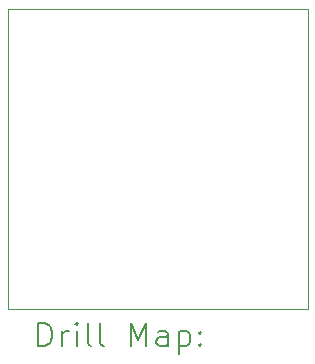
<source format=gbr>
%TF.GenerationSoftware,KiCad,Pcbnew,7.0.11-7.0.11~ubuntu22.04.1*%
%TF.CreationDate,2025-05-22T12:56:25-05:00*%
%TF.ProjectId,hf_bias_tee,68665f62-6961-4735-9f74-65652e6b6963,-*%
%TF.SameCoordinates,Original*%
%TF.FileFunction,Drillmap*%
%TF.FilePolarity,Positive*%
%FSLAX45Y45*%
G04 Gerber Fmt 4.5, Leading zero omitted, Abs format (unit mm)*
G04 Created by KiCad (PCBNEW 7.0.11-7.0.11~ubuntu22.04.1) date 2025-05-22 12:56:25*
%MOMM*%
%LPD*%
G01*
G04 APERTURE LIST*
%ADD10C,0.050000*%
%ADD11C,0.200000*%
G04 APERTURE END LIST*
D10*
X14605000Y-10795000D02*
X12065000Y-10795000D01*
X12065000Y-8255000D02*
X14605000Y-8255000D01*
X12065000Y-10795000D02*
X12065000Y-8255000D01*
X14605000Y-8255000D02*
X14605000Y-10795000D01*
D11*
X12323277Y-11108984D02*
X12323277Y-10908984D01*
X12323277Y-10908984D02*
X12370896Y-10908984D01*
X12370896Y-10908984D02*
X12399467Y-10918508D01*
X12399467Y-10918508D02*
X12418515Y-10937555D01*
X12418515Y-10937555D02*
X12428039Y-10956603D01*
X12428039Y-10956603D02*
X12437562Y-10994698D01*
X12437562Y-10994698D02*
X12437562Y-11023270D01*
X12437562Y-11023270D02*
X12428039Y-11061365D01*
X12428039Y-11061365D02*
X12418515Y-11080412D01*
X12418515Y-11080412D02*
X12399467Y-11099460D01*
X12399467Y-11099460D02*
X12370896Y-11108984D01*
X12370896Y-11108984D02*
X12323277Y-11108984D01*
X12523277Y-11108984D02*
X12523277Y-10975650D01*
X12523277Y-11013746D02*
X12532801Y-10994698D01*
X12532801Y-10994698D02*
X12542324Y-10985174D01*
X12542324Y-10985174D02*
X12561372Y-10975650D01*
X12561372Y-10975650D02*
X12580420Y-10975650D01*
X12647086Y-11108984D02*
X12647086Y-10975650D01*
X12647086Y-10908984D02*
X12637562Y-10918508D01*
X12637562Y-10918508D02*
X12647086Y-10928031D01*
X12647086Y-10928031D02*
X12656610Y-10918508D01*
X12656610Y-10918508D02*
X12647086Y-10908984D01*
X12647086Y-10908984D02*
X12647086Y-10928031D01*
X12770896Y-11108984D02*
X12751848Y-11099460D01*
X12751848Y-11099460D02*
X12742324Y-11080412D01*
X12742324Y-11080412D02*
X12742324Y-10908984D01*
X12875658Y-11108984D02*
X12856610Y-11099460D01*
X12856610Y-11099460D02*
X12847086Y-11080412D01*
X12847086Y-11080412D02*
X12847086Y-10908984D01*
X13104229Y-11108984D02*
X13104229Y-10908984D01*
X13104229Y-10908984D02*
X13170896Y-11051841D01*
X13170896Y-11051841D02*
X13237562Y-10908984D01*
X13237562Y-10908984D02*
X13237562Y-11108984D01*
X13418515Y-11108984D02*
X13418515Y-11004222D01*
X13418515Y-11004222D02*
X13408991Y-10985174D01*
X13408991Y-10985174D02*
X13389943Y-10975650D01*
X13389943Y-10975650D02*
X13351848Y-10975650D01*
X13351848Y-10975650D02*
X13332801Y-10985174D01*
X13418515Y-11099460D02*
X13399467Y-11108984D01*
X13399467Y-11108984D02*
X13351848Y-11108984D01*
X13351848Y-11108984D02*
X13332801Y-11099460D01*
X13332801Y-11099460D02*
X13323277Y-11080412D01*
X13323277Y-11080412D02*
X13323277Y-11061365D01*
X13323277Y-11061365D02*
X13332801Y-11042317D01*
X13332801Y-11042317D02*
X13351848Y-11032793D01*
X13351848Y-11032793D02*
X13399467Y-11032793D01*
X13399467Y-11032793D02*
X13418515Y-11023270D01*
X13513753Y-10975650D02*
X13513753Y-11175650D01*
X13513753Y-10985174D02*
X13532801Y-10975650D01*
X13532801Y-10975650D02*
X13570896Y-10975650D01*
X13570896Y-10975650D02*
X13589943Y-10985174D01*
X13589943Y-10985174D02*
X13599467Y-10994698D01*
X13599467Y-10994698D02*
X13608991Y-11013746D01*
X13608991Y-11013746D02*
X13608991Y-11070889D01*
X13608991Y-11070889D02*
X13599467Y-11089936D01*
X13599467Y-11089936D02*
X13589943Y-11099460D01*
X13589943Y-11099460D02*
X13570896Y-11108984D01*
X13570896Y-11108984D02*
X13532801Y-11108984D01*
X13532801Y-11108984D02*
X13513753Y-11099460D01*
X13694705Y-11089936D02*
X13704229Y-11099460D01*
X13704229Y-11099460D02*
X13694705Y-11108984D01*
X13694705Y-11108984D02*
X13685182Y-11099460D01*
X13685182Y-11099460D02*
X13694705Y-11089936D01*
X13694705Y-11089936D02*
X13694705Y-11108984D01*
X13694705Y-10985174D02*
X13704229Y-10994698D01*
X13704229Y-10994698D02*
X13694705Y-11004222D01*
X13694705Y-11004222D02*
X13685182Y-10994698D01*
X13685182Y-10994698D02*
X13694705Y-10985174D01*
X13694705Y-10985174D02*
X13694705Y-11004222D01*
M02*

</source>
